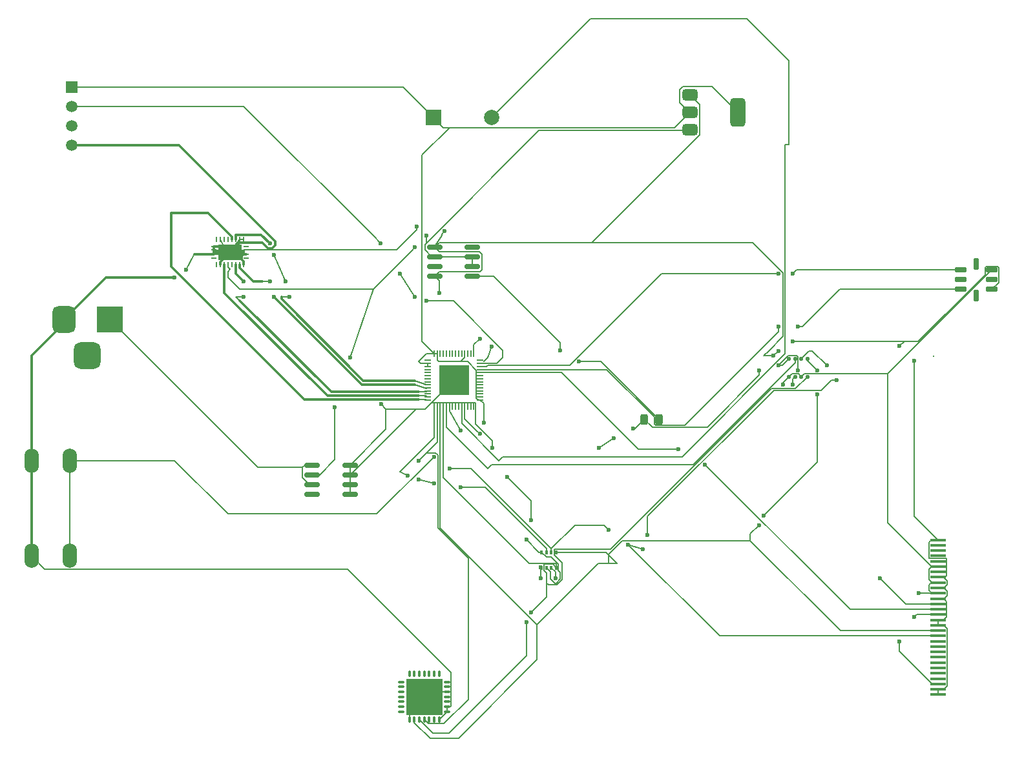
<source format=gbr>
%TF.GenerationSoftware,KiCad,Pcbnew,9.0.0*%
%TF.CreationDate,2025-04-03T13:22:32+05:30*%
%TF.ProjectId,Air Quality Monitor,41697220-5175-4616-9c69-7479204d6f6e,rev?*%
%TF.SameCoordinates,Original*%
%TF.FileFunction,Copper,L1,Top*%
%TF.FilePolarity,Positive*%
%FSLAX46Y46*%
G04 Gerber Fmt 4.6, Leading zero omitted, Abs format (unit mm)*
G04 Created by KiCad (PCBNEW 9.0.0) date 2025-04-03 13:22:32*
%MOMM*%
%LPD*%
G01*
G04 APERTURE LIST*
G04 Aperture macros list*
%AMRoundRect*
0 Rectangle with rounded corners*
0 $1 Rounding radius*
0 $2 $3 $4 $5 $6 $7 $8 $9 X,Y pos of 4 corners*
0 Add a 4 corners polygon primitive as box body*
4,1,4,$2,$3,$4,$5,$6,$7,$8,$9,$2,$3,0*
0 Add four circle primitives for the rounded corners*
1,1,$1+$1,$2,$3*
1,1,$1+$1,$4,$5*
1,1,$1+$1,$6,$7*
1,1,$1+$1,$8,$9*
0 Add four rect primitives between the rounded corners*
20,1,$1+$1,$2,$3,$4,$5,0*
20,1,$1+$1,$4,$5,$6,$7,0*
20,1,$1+$1,$6,$7,$8,$9,0*
20,1,$1+$1,$8,$9,$2,$3,0*%
%AMFreePoly0*
4,1,13,0.375000,1.525000,1.025000,1.525000,1.025000,-1.525000,0.375000,-1.525000,0.375000,-1.925000,-0.375000,-1.925000,-0.375000,-1.525000,-1.025000,-1.525000,-1.025000,1.525000,-0.375000,1.525000,-0.375000,1.925000,0.375000,1.925000,0.375000,1.525000,0.375000,1.525000,$1*%
G04 Aperture macros list end*
%TA.AperFunction,Conductor*%
%ADD10C,0.200000*%
%TD*%
%TA.AperFunction,NonConductor*%
%ADD11C,0.200000*%
%TD*%
%TA.AperFunction,SMDPad,CuDef*%
%ADD12RoundRect,0.150000X-0.825000X-0.150000X0.825000X-0.150000X0.825000X0.150000X-0.825000X0.150000X0*%
%TD*%
%TA.AperFunction,ComponentPad*%
%ADD13O,1.900000X3.200000*%
%TD*%
%TA.AperFunction,SMDPad,CuDef*%
%ADD14RoundRect,0.162500X-0.637500X-0.162500X0.637500X-0.162500X0.637500X0.162500X-0.637500X0.162500X0*%
%TD*%
%TA.AperFunction,SMDPad,CuDef*%
%ADD15RoundRect,0.162500X-0.162500X-0.637500X0.162500X-0.637500X0.162500X0.637500X-0.162500X0.637500X0*%
%TD*%
%TA.AperFunction,SMDPad,CuDef*%
%ADD16RoundRect,0.050400X0.249600X-0.069600X0.249600X0.069600X-0.249600X0.069600X-0.249600X-0.069600X0*%
%TD*%
%TA.AperFunction,SMDPad,CuDef*%
%ADD17RoundRect,0.050400X0.069600X-0.249600X0.069600X0.249600X-0.069600X0.249600X-0.069600X-0.249600X0*%
%TD*%
%TA.AperFunction,ComponentPad*%
%ADD18C,0.500000*%
%TD*%
%TA.AperFunction,SMDPad,CuDef*%
%ADD19RoundRect,0.050000X0.250000X-0.050000X0.250000X0.050000X-0.250000X0.050000X-0.250000X-0.050000X0*%
%TD*%
%TA.AperFunction,SMDPad,CuDef*%
%ADD20FreePoly0,90.000000*%
%TD*%
%TA.AperFunction,SMDPad,CuDef*%
%ADD21R,0.350000X0.500000*%
%TD*%
%TA.AperFunction,ComponentPad*%
%ADD22R,1.500000X1.500000*%
%TD*%
%TA.AperFunction,ComponentPad*%
%ADD23C,1.500000*%
%TD*%
%TA.AperFunction,ComponentPad*%
%ADD24R,2.000000X2.000000*%
%TD*%
%TA.AperFunction,ComponentPad*%
%ADD25C,2.000000*%
%TD*%
%TA.AperFunction,SMDPad,CuDef*%
%ADD26RoundRect,0.075000X-0.075000X0.312500X-0.075000X-0.312500X0.075000X-0.312500X0.075000X0.312500X0*%
%TD*%
%TA.AperFunction,SMDPad,CuDef*%
%ADD27RoundRect,0.075000X-0.312500X0.075000X-0.312500X-0.075000X0.312500X-0.075000X0.312500X0.075000X0*%
%TD*%
%TA.AperFunction,HeatsinkPad*%
%ADD28R,4.800000X4.800000*%
%TD*%
%TA.AperFunction,SMDPad,CuDef*%
%ADD29RoundRect,0.125000X-0.125000X-0.137500X0.125000X-0.137500X0.125000X0.137500X-0.125000X0.137500X0*%
%TD*%
%TA.AperFunction,ComponentPad*%
%ADD30R,3.500000X3.500000*%
%TD*%
%TA.AperFunction,ComponentPad*%
%ADD31RoundRect,0.750000X-0.750000X-1.000000X0.750000X-1.000000X0.750000X1.000000X-0.750000X1.000000X0*%
%TD*%
%TA.AperFunction,ComponentPad*%
%ADD32RoundRect,0.875000X-0.875000X-0.875000X0.875000X-0.875000X0.875000X0.875000X-0.875000X0.875000X0*%
%TD*%
%TA.AperFunction,SMDPad,CuDef*%
%ADD33RoundRect,0.050000X-0.350000X-0.050000X0.350000X-0.050000X0.350000X0.050000X-0.350000X0.050000X0*%
%TD*%
%TA.AperFunction,SMDPad,CuDef*%
%ADD34RoundRect,0.050000X-0.050000X-0.350000X0.050000X-0.350000X0.050000X0.350000X-0.050000X0.350000X0*%
%TD*%
%TA.AperFunction,HeatsinkPad*%
%ADD35R,4.000000X4.000000*%
%TD*%
%TA.AperFunction,SMDPad,CuDef*%
%ADD36RoundRect,0.375000X-0.625000X-0.375000X0.625000X-0.375000X0.625000X0.375000X-0.625000X0.375000X0*%
%TD*%
%TA.AperFunction,SMDPad,CuDef*%
%ADD37RoundRect,0.500000X-0.500000X-1.400000X0.500000X-1.400000X0.500000X1.400000X-0.500000X1.400000X0*%
%TD*%
%TA.AperFunction,SMDPad,CuDef*%
%ADD38RoundRect,0.243750X-0.243750X-0.456250X0.243750X-0.456250X0.243750X0.456250X-0.243750X0.456250X0*%
%TD*%
%TA.AperFunction,SMDPad,CuDef*%
%ADD39R,2.000000X0.400000*%
%TD*%
%TA.AperFunction,ViaPad*%
%ADD40C,0.600000*%
%TD*%
%TA.AperFunction,Conductor*%
%ADD41C,0.300000*%
%TD*%
G04 APERTURE END LIST*
D10*
%TO.N,GND*%
X149225000Y-116205000D02*
X149225000Y-116840000D01*
X111000000Y-80000000D02*
X110275000Y-80875000D01*
X180975000Y-95250000D02*
X180340000Y-95250000D01*
%TO.N,+5V*%
X135500000Y-79500000D02*
X135500000Y-80500000D01*
X125500000Y-95500000D02*
X128500000Y-86500000D01*
%TO.N,/6*%
X111000000Y-87500000D02*
X110500000Y-87500000D01*
%TO.N,/12*%
X185420000Y-95885000D02*
X186690000Y-97155000D01*
%TO.N,/6*%
X110500000Y-87500000D02*
X111000000Y-88000000D01*
%TO.N,/10*%
X134500000Y-111500000D02*
X136500000Y-112000000D01*
%TO.N,/5*%
X134000000Y-99000000D02*
X135500000Y-99500000D01*
%TO.N,+3.3V*%
X138500000Y-102500000D02*
X140000000Y-105000000D01*
%TO.N,GND*%
X144145000Y-106680000D02*
X144145000Y-107315000D01*
%TO.N,+3.3V*%
X179070000Y-97790000D02*
X179070000Y-97155000D01*
%TO.N,GND*%
X136500000Y-81000000D02*
X137500000Y-79500000D01*
%TO.N,/36*%
X132000000Y-84500000D02*
X134000000Y-87500000D01*
%TO.N,/34*%
X181610000Y-92075000D02*
X181610000Y-91440000D01*
%TO.N,/19*%
X142000000Y-105000000D02*
X142500000Y-105500000D01*
%TO.N,/36*%
X128500000Y-79500000D02*
X129500000Y-80500000D01*
%TO.N,/LED*%
X153000000Y-93500000D02*
X153000000Y-94500000D01*
%TO.N,/4*%
X116500000Y-87500000D02*
X117500000Y-87500000D01*
%TO.N,/35*%
X180975000Y-84455000D02*
X181610000Y-84455000D01*
%TO.N,/11*%
X188595000Y-98425000D02*
X189230000Y-98425000D01*
%TO.N,/8*%
X134500000Y-100500000D02*
X135500000Y-100500000D01*
D11*
X201930000Y-95312500D02*
X201930000Y-95250000D01*
D10*
%TO.N,GND*%
X180340000Y-95250000D02*
X179705000Y-95250000D01*
%TO.N,/11*%
X134500000Y-109000000D02*
X135000000Y-108500000D01*
%TO.N,GND*%
X198120000Y-93345000D02*
X197485000Y-93980000D01*
X109000000Y-81000000D02*
X108500000Y-80000000D01*
X105000000Y-82000000D02*
X104000000Y-84000000D01*
X130175000Y-102235000D02*
X129540000Y-101600000D01*
%TO.N,+3.3V*%
X150495000Y-123190000D02*
X150495000Y-124460000D01*
%TO.N,/37*%
X143500000Y-95500000D02*
X144000000Y-94000000D01*
%TO.N,/11*%
X161925000Y-120015000D02*
X163830000Y-120650000D01*
%TO.N,+3.3V*%
X158115000Y-107315000D02*
X160020000Y-106045000D01*
%TO.N,/6*%
X134500000Y-100000000D02*
X135500000Y-100000000D01*
%TO.N,/5*%
X114000000Y-85500000D02*
X115000000Y-85500000D01*
%TO.N,GND*%
X111000000Y-80000000D02*
X111500000Y-80000000D01*
%TO.N,/4*%
X134000000Y-98500000D02*
X135500000Y-99000000D01*
%TO.N,/6*%
X111500000Y-87500000D02*
X111000000Y-87500000D01*
%TO.N,/4*%
X117000000Y-85500000D02*
X115500000Y-82000000D01*
%TO.N,/11*%
X158750000Y-117475000D02*
X159385000Y-118110000D01*
%TO.N,GND*%
X179705000Y-95250000D02*
X180340000Y-94615000D01*
%TO.N,+5V*%
X134000000Y-81000000D02*
X133500000Y-81500000D01*
%TO.N,/10*%
X132000000Y-110500000D02*
X133000000Y-111000000D01*
%TO.N,/37*%
X143000000Y-96000000D02*
X143500000Y-95500000D01*
%TO.N,/33*%
X167500000Y-107500000D02*
X168500000Y-107500000D01*
%TO.N,/9*%
X134500000Y-101000000D02*
X135500000Y-101000000D01*
%TO.N,/13*%
X148590000Y-130810000D02*
X148590000Y-130175000D01*
%TD*%
D12*
%TO.P,U8,1,COMP*%
%TO.N,GND*%
X136550000Y-81000000D03*
%TO.P,U8,2,V_{CC}*%
%TO.N,+5V*%
X136550000Y-82270000D03*
%TO.P,U8,3,GATE*%
%TO.N,unconnected-(U8-GATE-Pad3)*%
X136550000Y-83540000D03*
%TO.P,U8,4,GND*%
%TO.N,GND*%
X136550000Y-84810000D03*
%TO.P,U8,5,~{CHRG}*%
%TO.N,/LED*%
X141500000Y-84810000D03*
%TO.P,U8,6,BAT*%
%TO.N,+5V*%
X141500000Y-83540000D03*
%TO.P,U8,7,SENSE*%
X141500000Y-82270000D03*
%TO.P,U8,8,NTC*%
%TO.N,VCC*%
X141500000Y-81000000D03*
%TD*%
D13*
%TO.P,SW1,1,1*%
%TO.N,GND*%
X83750000Y-121500000D03*
X83750000Y-109000000D03*
%TO.P,SW1,2,2*%
%TO.N,/19*%
X88750000Y-121500000D03*
X88750000Y-109000000D03*
%TD*%
D14*
%TO.P,U3,1,Rh1*%
%TO.N,/35*%
X205500000Y-84000000D03*
%TO.P,U3,2,NC*%
%TO.N,unconnected-(U3-NC-Pad2)*%
X205500000Y-85270000D03*
%TO.P,U3,3,Rh2*%
%TO.N,/34*%
X205500000Y-86540000D03*
D15*
%TO.P,U3,4,NC*%
%TO.N,unconnected-(U3-NC-Pad4)*%
X207550000Y-87320000D03*
D14*
%TO.P,U3,5,Rs1*%
%TO.N,GND*%
X209600000Y-86540000D03*
%TO.P,U3,6,NC*%
%TO.N,unconnected-(U3-NC-Pad6)*%
X209600000Y-85270000D03*
%TO.P,U3,7,Rs2*%
%TO.N,+3.3V*%
X209600000Y-84000000D03*
D15*
%TO.P,U3,8,NC*%
%TO.N,unconnected-(U3-NC-Pad8)*%
X207550000Y-83220000D03*
%TD*%
D16*
%TO.P,U7,1,NC*%
%TO.N,unconnected-(U7-NC-Pad1)*%
X107600000Y-82400000D03*
D17*
%TO.P,U7,2,FB*%
%TO.N,unconnected-(U7-FB-Pad2)*%
X108000000Y-83300000D03*
%TO.P,U7,3,GND*%
%TO.N,GND*%
X108500000Y-83300000D03*
%TO.P,U7,4,EN*%
%TO.N,/8*%
X109000000Y-83300000D03*
%TO.P,U7,5,AC*%
%TO.N,+5V*%
X109500000Y-83300000D03*
%TO.P,U7,6,USB*%
%TO.N,unconnected-(U7-USB-Pad6)*%
X110000000Y-83300000D03*
%TO.P,U7,7,STAT1*%
%TO.N,/6*%
X110500000Y-83300000D03*
%TO.P,U7,8,STAT2*%
%TO.N,/5*%
X111000000Y-83300000D03*
%TO.P,U7,9,GND*%
%TO.N,GND*%
X111500000Y-83300000D03*
D16*
%TO.P,U7,10,NC*%
%TO.N,unconnected-(U7-NC-Pad10)*%
X111900000Y-82400000D03*
%TO.P,U7,11,NC*%
%TO.N,unconnected-(U7-NC-Pad11)*%
X111900000Y-80900000D03*
D17*
%TO.P,U7,12,ISET1*%
%TO.N,GND*%
X111500000Y-80000000D03*
%TO.P,U7,13,ISET2*%
X111000000Y-80000000D03*
%TO.P,U7,14,~{PG}*%
%TO.N,/4*%
X110500000Y-80000000D03*
%TO.P,U7,15,~{CE}*%
%TO.N,/9*%
X110000000Y-80000000D03*
%TO.P,U7,16,BAT/OUT*%
%TO.N,unconnected-(U7-BAT{slash}OUT-Pad16)*%
X109500000Y-80000000D03*
%TO.P,U7,17,BAT/OUT*%
%TO.N,unconnected-(U7-BAT{slash}OUT-Pad17)*%
X109000000Y-80000000D03*
%TO.P,U7,18,GND*%
%TO.N,GND*%
X108500000Y-80000000D03*
%TO.P,U7,19,SW*%
%TO.N,unconnected-(U7-SW-Pad19)*%
X108000000Y-80000000D03*
D16*
%TO.P,U7,20,FPWM*%
%TO.N,GND*%
X107600000Y-80900000D03*
D18*
%TO.P,U7,21,GND*%
X109225000Y-82425000D03*
X110275000Y-82425000D03*
D19*
X107600000Y-81925000D03*
X111900000Y-81925000D03*
D18*
X108475000Y-81650000D03*
X109225000Y-81650000D03*
D20*
X109750000Y-81650000D03*
D18*
X110275000Y-81650000D03*
X111025000Y-81650000D03*
D19*
X107600000Y-81375000D03*
X111900000Y-81375000D03*
D18*
X109225000Y-80875000D03*
X110275000Y-80875000D03*
%TD*%
D21*
%TO.P,U5,1,GND*%
%TO.N,GND*%
X150550000Y-121000000D03*
%TO.P,U5,2,CSB*%
%TO.N,/10*%
X151200000Y-121000000D03*
%TO.P,U5,3,SDI*%
%TO.N,/11*%
X151850000Y-121000000D03*
%TO.P,U5,4,SCK*%
%TO.N,/12*%
X152500000Y-121000000D03*
%TO.P,U5,5,SDO*%
%TO.N,/13*%
X152500000Y-123050000D03*
%TO.P,U5,6,VDDIO*%
%TO.N,+3.3V*%
X151850000Y-123050000D03*
%TO.P,U5,7,GND*%
%TO.N,GND*%
X151200000Y-123050000D03*
%TO.P,U5,8,VDD*%
%TO.N,+3.3V*%
X150550000Y-123050000D03*
%TD*%
D22*
%TO.P,U10,1,VDD*%
%TO.N,+3.3V*%
X89000000Y-60000000D03*
D23*
%TO.P,U10,2,DATA*%
%TO.N,/36*%
X89000000Y-62540000D03*
%TO.P,U10,3,NC*%
%TO.N,unconnected-(U10-NC-Pad3)*%
X89000000Y-65080000D03*
%TO.P,U10,4,GND*%
%TO.N,GND*%
X89000000Y-67620000D03*
%TD*%
D24*
%TO.P,BZ1,1,+*%
%TO.N,+3.3V*%
X136400000Y-64000000D03*
D25*
%TO.P,BZ1,2,-*%
%TO.N,/18*%
X144000000Y-64000000D03*
%TD*%
D26*
%TO.P,U2,1,RFI_LF*%
%TO.N,unconnected-(U2-RFI_LF-Pad1)*%
X137150000Y-137000000D03*
%TO.P,U2,2,VR_ANA*%
%TO.N,unconnected-(U2-VR_ANA-Pad2)*%
X136500000Y-137000000D03*
%TO.P,U2,3,VBAT_ANA*%
%TO.N,unconnected-(U2-VBAT_ANA-Pad3)*%
X135850000Y-137000000D03*
%TO.P,U2,4,VR_DIG*%
%TO.N,unconnected-(U2-VR_DIG-Pad4)*%
X135200000Y-137000000D03*
%TO.P,U2,5,XTA*%
%TO.N,unconnected-(U2-XTA-Pad5)*%
X134550000Y-137000000D03*
%TO.P,U2,6,XTB*%
%TO.N,unconnected-(U2-XTB-Pad6)*%
X133900000Y-137000000D03*
%TO.P,U2,7,~{RESET}*%
%TO.N,unconnected-(U2-~{RESET}-Pad7)*%
X133250000Y-137000000D03*
D27*
%TO.P,U2,8,DIO0*%
%TO.N,unconnected-(U2-DIO0-Pad8)*%
X132212500Y-138037500D03*
%TO.P,U2,9,DIO1*%
%TO.N,unconnected-(U2-DIO1-Pad9)*%
X132212500Y-138687500D03*
%TO.P,U2,10,DIO2*%
%TO.N,unconnected-(U2-DIO2-Pad10)*%
X132212500Y-139337500D03*
%TO.P,U2,11,DIO3*%
%TO.N,unconnected-(U2-DIO3-Pad11)*%
X132212500Y-139987500D03*
%TO.P,U2,12,DIO4*%
%TO.N,unconnected-(U2-DIO4-Pad12)*%
X132212500Y-140637500D03*
%TO.P,U2,13,DIO5*%
%TO.N,unconnected-(U2-DIO5-Pad13)*%
X132212500Y-141287500D03*
%TO.P,U2,14,VBAT_DIG*%
%TO.N,unconnected-(U2-VBAT_DIG-Pad14)*%
X132212500Y-141937500D03*
D26*
%TO.P,U2,15,GND*%
%TO.N,GND*%
X133250000Y-142975000D03*
%TO.P,U2,16,SCK*%
%TO.N,/12*%
X133900000Y-142975000D03*
%TO.P,U2,17,MISO*%
%TO.N,/13*%
X134550000Y-142975000D03*
%TO.P,U2,18,MOSI*%
%TO.N,/11*%
X135200000Y-142975000D03*
%TO.P,U2,19,NSS*%
%TO.N,unconnected-(U2-NSS-Pad19)*%
X135850000Y-142975000D03*
%TO.P,U2,20,RXTX/RF_MOD*%
%TO.N,unconnected-(U2-RXTX{slash}RF_MOD-Pad20)*%
X136500000Y-142975000D03*
%TO.P,U2,21,GND*%
%TO.N,GND*%
X137150000Y-142975000D03*
D27*
%TO.P,U2,22,GND*%
X138187500Y-141937500D03*
%TO.P,U2,23,GND*%
X138187500Y-141287500D03*
%TO.P,U2,24,VBAT_RF*%
%TO.N,unconnected-(U2-VBAT_RF-Pad24)*%
X138187500Y-140637500D03*
%TO.P,U2,25,VR_PA*%
%TO.N,unconnected-(U2-VR_PA-Pad25)*%
X138187500Y-139987500D03*
%TO.P,U2,26,GND*%
%TO.N,GND*%
X138187500Y-139337500D03*
%TO.P,U2,27,PA_BOOST*%
%TO.N,unconnected-(U2-PA_BOOST-Pad27)*%
X138187500Y-138687500D03*
%TO.P,U2,28,RFO_LF*%
%TO.N,unconnected-(U2-RFO_LF-Pad28)*%
X138187500Y-138037500D03*
D28*
%TO.P,U2,29,GND*%
%TO.N,GND*%
X135200000Y-139987500D03*
%TD*%
D29*
%TO.P,U9,1,GND*%
%TO.N,GND*%
X183000000Y-95625000D03*
%TO.P,U9,2,CSB*%
%TO.N,/14*%
X183800000Y-95625000D03*
%TO.P,U9,3,SDI*%
%TO.N,/11*%
X184600000Y-95625000D03*
%TO.P,U9,4,SCK*%
%TO.N,/12*%
X185400000Y-95625000D03*
%TO.P,U9,5,SDO*%
%TO.N,/13*%
X185400000Y-98000000D03*
%TO.P,U9,6,VDDIO*%
%TO.N,+3.3V*%
X184600000Y-98000000D03*
%TO.P,U9,7,GND*%
%TO.N,GND*%
X183800000Y-98000000D03*
%TO.P,U9,8,VDD*%
%TO.N,+3.3V*%
X183000000Y-98000000D03*
%TD*%
D30*
%TO.P,J3,1*%
%TO.N,+12V*%
X94000000Y-90500000D03*
D31*
%TO.P,J3,2*%
%TO.N,GND*%
X88000000Y-90500000D03*
D32*
%TO.P,J3,3*%
%TO.N,N/C*%
X91000000Y-95200000D03*
%TD*%
D33*
%TO.P,U1,1,LNA_IN*%
%TO.N,unconnected-(U1-LNA_IN-Pad1)*%
X135650000Y-95850000D03*
%TO.P,U1,2,VDD3P3*%
%TO.N,+3.3V*%
X135650000Y-96250000D03*
%TO.P,U1,3,VDD3P3*%
X135650000Y-96650000D03*
%TO.P,U1,4,CHIP_PU*%
%TO.N,unconnected-(U1-CHIP_PU-Pad4)*%
X135650000Y-97050000D03*
%TO.P,U1,5,GPIO0*%
%TO.N,unconnected-(U1-GPIO0-Pad5)*%
X135650000Y-97450000D03*
%TO.P,U1,6,GPIO1*%
%TO.N,unconnected-(U1-GPIO1-Pad6)*%
X135650000Y-97850000D03*
%TO.P,U1,7,GPIO2*%
%TO.N,unconnected-(U1-GPIO2-Pad7)*%
X135650000Y-98250000D03*
%TO.P,U1,8,GPIO3*%
%TO.N,unconnected-(U1-GPIO3-Pad8)*%
X135650000Y-98650000D03*
%TO.P,U1,9,GPIO4*%
%TO.N,/4*%
X135650000Y-99050000D03*
%TO.P,U1,10,GPIO5*%
%TO.N,/5*%
X135650000Y-99450000D03*
%TO.P,U1,11,GPIO6*%
%TO.N,/6*%
X135650000Y-99850000D03*
%TO.P,U1,12,GPIO7*%
%TO.N,unconnected-(U1-GPIO7-Pad12)*%
X135650000Y-100250000D03*
%TO.P,U1,13,GPIO8*%
%TO.N,/8*%
X135650000Y-100650000D03*
%TO.P,U1,14,GPIO9*%
%TO.N,/9*%
X135650000Y-101050000D03*
D34*
%TO.P,U1,15,GPIO10*%
%TO.N,/10*%
X136500000Y-101900000D03*
%TO.P,U1,16,GPIO11*%
%TO.N,/11*%
X136900000Y-101900000D03*
%TO.P,U1,17,GPIO12*%
%TO.N,/12*%
X137300000Y-101900000D03*
%TO.P,U1,18,GPIO13*%
%TO.N,/13*%
X137700000Y-101900000D03*
%TO.P,U1,19,GPIO14*%
%TO.N,/14*%
X138100000Y-101900000D03*
%TO.P,U1,20,VDD3P3_RTC*%
%TO.N,+3.3V*%
X138500000Y-101900000D03*
%TO.P,U1,21,XTAL_32K_P*%
%TO.N,unconnected-(U1-XTAL_32K_P-Pad21)*%
X138900000Y-101900000D03*
%TO.P,U1,22,XTAL_32K_N*%
%TO.N,unconnected-(U1-XTAL_32K_N-Pad22)*%
X139300000Y-101900000D03*
%TO.P,U1,23,GPIO17*%
%TO.N,unconnected-(U1-GPIO17-Pad23)*%
X139700000Y-101900000D03*
%TO.P,U1,24,GPIO18*%
%TO.N,/18*%
X140100000Y-101900000D03*
%TO.P,U1,25,GPIO19/USB_D-*%
%TO.N,/19*%
X140500000Y-101900000D03*
%TO.P,U1,26,GPIO20/USB_D+*%
%TO.N,unconnected-(U1-GPIO20{slash}USB_D+-Pad26)*%
X140900000Y-101900000D03*
%TO.P,U1,27,GPIO21*%
%TO.N,unconnected-(U1-GPIO21-Pad27)*%
X141300000Y-101900000D03*
%TO.P,U1,28,SPICS1*%
%TO.N,unconnected-(U1-SPICS1-Pad28)*%
X141700000Y-101900000D03*
D33*
%TO.P,U1,29,VDD_SPI*%
%TO.N,+3.3V*%
X142550000Y-101050000D03*
%TO.P,U1,30,SPIHD*%
%TO.N,unconnected-(U1-SPIHD-Pad30)*%
X142550000Y-100650000D03*
%TO.P,U1,31,SPIWP*%
%TO.N,unconnected-(U1-SPIWP-Pad31)*%
X142550000Y-100250000D03*
%TO.P,U1,32,SPICS0*%
%TO.N,unconnected-(U1-SPICS0-Pad32)*%
X142550000Y-99850000D03*
%TO.P,U1,33,SPICLK*%
%TO.N,unconnected-(U1-SPICLK-Pad33)*%
X142550000Y-99450000D03*
%TO.P,U1,34,SPIQ*%
%TO.N,unconnected-(U1-SPIQ-Pad34)*%
X142550000Y-99050000D03*
%TO.P,U1,35,SPID*%
%TO.N,unconnected-(U1-SPID-Pad35)*%
X142550000Y-98650000D03*
%TO.P,U1,36,SPICLK_N*%
%TO.N,unconnected-(U1-SPICLK_N-Pad36)*%
X142550000Y-98250000D03*
%TO.P,U1,37,SPICLK_P*%
%TO.N,unconnected-(U1-SPICLK_P-Pad37)*%
X142550000Y-97850000D03*
%TO.P,U1,38,GPIO33*%
%TO.N,/33*%
X142550000Y-97450000D03*
%TO.P,U1,39,GPIO34*%
%TO.N,/34*%
X142550000Y-97050000D03*
%TO.P,U1,40,GPIO35*%
%TO.N,/35*%
X142550000Y-96650000D03*
%TO.P,U1,41,GPIO36*%
%TO.N,/36*%
X142550000Y-96250000D03*
%TO.P,U1,42,GPIO37*%
%TO.N,/37*%
X142550000Y-95850000D03*
D34*
%TO.P,U1,43,GPIO38*%
%TO.N,/38*%
X141700000Y-95000000D03*
%TO.P,U1,44,MTCK*%
%TO.N,unconnected-(U1-MTCK-Pad44)*%
X141300000Y-95000000D03*
%TO.P,U1,45,MTDO*%
%TO.N,unconnected-(U1-MTDO-Pad45)*%
X140900000Y-95000000D03*
%TO.P,U1,46,VDD3P3_CPU*%
%TO.N,+3.3V*%
X140500000Y-95000000D03*
%TO.P,U1,47,MTDI*%
%TO.N,unconnected-(U1-MTDI-Pad47)*%
X140100000Y-95000000D03*
%TO.P,U1,48,MTMS*%
%TO.N,unconnected-(U1-MTMS-Pad48)*%
X139700000Y-95000000D03*
%TO.P,U1,49,U0TXD*%
%TO.N,unconnected-(U1-U0TXD-Pad49)*%
X139300000Y-95000000D03*
%TO.P,U1,50,U0RXD*%
%TO.N,unconnected-(U1-U0RXD-Pad50)*%
X138900000Y-95000000D03*
%TO.P,U1,51,GPIO45*%
%TO.N,unconnected-(U1-GPIO45-Pad51)*%
X138500000Y-95000000D03*
%TO.P,U1,52,GPIO46*%
%TO.N,unconnected-(U1-GPIO46-Pad52)*%
X138100000Y-95000000D03*
%TO.P,U1,53,XTAL_N*%
%TO.N,unconnected-(U1-XTAL_N-Pad53)*%
X137700000Y-95000000D03*
%TO.P,U1,54,XTAL_P*%
%TO.N,unconnected-(U1-XTAL_P-Pad54)*%
X137300000Y-95000000D03*
%TO.P,U1,55,VDDA*%
%TO.N,+3.3V*%
X136900000Y-95000000D03*
%TO.P,U1,56,VDDA*%
X136500000Y-95000000D03*
D35*
%TO.P,U1,57,GND*%
%TO.N,GND*%
X139100000Y-98450000D03*
%TD*%
D12*
%TO.P,U11,1,VIN*%
%TO.N,+12V*%
X120525000Y-109595000D03*
%TO.P,U11,2,OUT*%
%TO.N,+5V*%
X120525000Y-110865000D03*
%TO.P,U11,3,FB*%
%TO.N,+12V*%
X120525000Y-112135000D03*
%TO.P,U11,4,~{EN}*%
%TO.N,unconnected-(U11-~{EN}-Pad4)*%
X120525000Y-113405000D03*
%TO.P,U11,5,GND*%
%TO.N,GND*%
X125475000Y-113405000D03*
%TO.P,U11,6,GND*%
X125475000Y-112135000D03*
%TO.P,U11,7,GND*%
X125475000Y-110865000D03*
%TO.P,U11,8,GND*%
X125475000Y-109595000D03*
%TD*%
D36*
%TO.P,U4,1,GND*%
%TO.N,GND*%
X170000000Y-61000000D03*
%TO.P,U4,2,VO*%
%TO.N,+3.3V*%
X170000000Y-63300000D03*
D37*
X176300000Y-63300000D03*
D36*
%TO.P,U4,3,VI*%
%TO.N,+5V*%
X170000000Y-65600000D03*
%TD*%
D38*
%TO.P,D1,1,K*%
%TO.N,+3.3V*%
X164057500Y-103565000D03*
%TO.P,D1,2,A*%
%TO.N,/LED*%
X165932500Y-103565000D03*
%TD*%
D39*
%TO.P,DS1,1,GND*%
%TO.N,GND*%
X202500000Y-119400000D03*
%TO.P,DS1,2,C2N*%
%TO.N,unconnected-(DS1-C2N-Pad2)*%
X202500000Y-120100000D03*
%TO.P,DS1,3,C2P*%
%TO.N,unconnected-(DS1-C2P-Pad3)*%
X202500000Y-120800000D03*
%TO.P,DS1,4,C1P*%
%TO.N,unconnected-(DS1-C1P-Pad4)*%
X202500000Y-121500000D03*
%TO.P,DS1,5,C1N*%
%TO.N,unconnected-(DS1-C1N-Pad5)*%
X202500000Y-122200000D03*
%TO.P,DS1,6,VBAT*%
%TO.N,+3.3V*%
X202500000Y-122900000D03*
%TO.P,DS1,7,NC*%
%TO.N,unconnected-(DS1-NC-Pad7)*%
X202500000Y-123600000D03*
%TO.P,DS1,8,VSS*%
%TO.N,GND*%
X202500000Y-124300000D03*
%TO.P,DS1,9,VDD*%
%TO.N,+3.3V*%
X202500000Y-125000000D03*
%TO.P,DS1,10,BS0*%
%TO.N,GND*%
X202500000Y-125700000D03*
%TO.P,DS1,11,BS1*%
%TO.N,+3.3V*%
X202500000Y-126400000D03*
%TO.P,DS1,12,BS2*%
%TO.N,GND*%
X202500000Y-127100000D03*
%TO.P,DS1,13,~{CS}*%
%TO.N,/37*%
X202500000Y-127800000D03*
%TO.P,DS1,14,~{RES}*%
%TO.N,/33*%
X202500000Y-128500000D03*
%TO.P,DS1,15,D/~{C}*%
%TO.N,/38*%
X202500000Y-129200000D03*
%TO.P,DS1,16,R/~{W}*%
%TO.N,GND*%
X202500000Y-129900000D03*
%TO.P,DS1,17,E/~{RD}*%
X202500000Y-130600000D03*
%TO.P,DS1,18,D0*%
%TO.N,/12*%
X202500000Y-131300000D03*
%TO.P,DS1,19,D1*%
%TO.N,/11*%
X202500000Y-132000000D03*
%TO.P,DS1,20,D2*%
%TO.N,unconnected-(DS1-D2-Pad20)*%
X202500000Y-132700000D03*
%TO.P,DS1,21,D3*%
%TO.N,unconnected-(DS1-D3-Pad21)*%
X202500000Y-133400000D03*
%TO.P,DS1,22,D4*%
%TO.N,unconnected-(DS1-D4-Pad22)*%
X202500000Y-134100000D03*
%TO.P,DS1,23,D5*%
%TO.N,unconnected-(DS1-D5-Pad23)*%
X202500000Y-134800000D03*
%TO.P,DS1,24,D6*%
%TO.N,unconnected-(DS1-D6-Pad24)*%
X202500000Y-135500000D03*
%TO.P,DS1,25,D7*%
%TO.N,unconnected-(DS1-D7-Pad25)*%
X202500000Y-136200000D03*
%TO.P,DS1,26,IREF*%
%TO.N,unconnected-(DS1-IREF-Pad26)*%
X202500000Y-136900000D03*
%TO.P,DS1,27,VCOMH*%
%TO.N,unconnected-(DS1-VCOMH-Pad27)*%
X202500000Y-137600000D03*
%TO.P,DS1,28,VCC*%
%TO.N,+3.3V*%
X202500000Y-138300000D03*
%TO.P,DS1,29,VLSS*%
%TO.N,GND*%
X202500000Y-139000000D03*
%TO.P,DS1,30,GND*%
X202500000Y-139700000D03*
%TD*%
D40*
%TO.N,+3.3V*%
X197485000Y-132715000D03*
X200025000Y-126365000D03*
X158115000Y-107315000D03*
X162560000Y-104775000D03*
X143000000Y-104000000D03*
X160020000Y-106045000D03*
X140000000Y-105000000D03*
X150500000Y-123000000D03*
X152400000Y-124460000D03*
X182245000Y-99060000D03*
X179070000Y-97155000D03*
X150495000Y-124460000D03*
%TO.N,/LED*%
X155500000Y-96000000D03*
X153000000Y-94500000D03*
%TO.N,/38*%
X199390000Y-129540000D03*
X142500000Y-93000000D03*
%TO.N,GND*%
X129540000Y-101600000D03*
X144145000Y-107315000D03*
X183515000Y-93345000D03*
X148590000Y-119380000D03*
X184150000Y-97155000D03*
X149225000Y-116840000D03*
X146050000Y-111125000D03*
X104000000Y-84000000D03*
X137160000Y-86995000D03*
X197485000Y-93980000D03*
X137890781Y-78890781D03*
X102500000Y-85000000D03*
X181610000Y-96520000D03*
X181610000Y-94615000D03*
X134250000Y-78250000D03*
X199390000Y-95885000D03*
X180975000Y-95250000D03*
X183515000Y-99060000D03*
%TO.N,/37*%
X194945000Y-124460000D03*
X144000000Y-94000000D03*
%TO.N,/33*%
X172000000Y-109500000D03*
X168500000Y-107500000D03*
%TO.N,/12*%
X179070000Y-117475000D03*
X186690000Y-100330000D03*
X179705000Y-116205000D03*
X186690000Y-97155000D03*
%TO.N,/11*%
X189230000Y-98425000D03*
X163830000Y-120650000D03*
X134500000Y-109000000D03*
X159385000Y-118110000D03*
X138500000Y-110000000D03*
X187960000Y-96520000D03*
X164465000Y-118745000D03*
X161925000Y-120015000D03*
%TO.N,/19*%
X136500000Y-108500000D03*
X142500000Y-105500000D03*
%TO.N,/4*%
X117500000Y-87500000D03*
X117000000Y-85500000D03*
X115000000Y-80500000D03*
X115500000Y-82000000D03*
%TO.N,/10*%
X136500000Y-112000000D03*
X134500000Y-111500000D03*
X133000000Y-111000000D03*
X140000000Y-112500000D03*
%TO.N,/13*%
X149225000Y-128905000D03*
X148590000Y-130175000D03*
%TO.N,/36*%
X135500000Y-88000000D03*
X132000000Y-84500000D03*
X129500000Y-80500000D03*
X134000000Y-87500000D03*
%TO.N,/34*%
X181610000Y-91440000D03*
X184150000Y-91440000D03*
%TO.N,/6*%
X111500000Y-87500000D03*
X111500000Y-85500000D03*
%TO.N,/35*%
X183515000Y-84455000D03*
X181610000Y-84455000D03*
%TO.N,/5*%
X115000000Y-85500000D03*
X115500000Y-87500000D03*
%TO.N,+5V*%
X135500000Y-79500000D03*
X125500000Y-95500000D03*
X134000000Y-81000000D03*
X123500000Y-102000000D03*
%TD*%
D10*
%TO.N,+3.3V*%
X197485000Y-134007000D02*
X201778000Y-138300000D01*
X197485000Y-132715000D02*
X197485000Y-134007000D01*
X201778000Y-138300000D02*
X202500000Y-138300000D01*
X200060000Y-126400000D02*
X200025000Y-126365000D01*
X202500000Y-126400000D02*
X200060000Y-126400000D01*
%TO.N,/18*%
X177500000Y-51000000D02*
X157000000Y-51000000D01*
X140100000Y-101900000D02*
X140100000Y-104100000D01*
X157000000Y-51000000D02*
X144000000Y-64000000D01*
X140100000Y-104100000D02*
X145000000Y-109000000D01*
X169000000Y-108500000D02*
X182500000Y-95000000D01*
X182500000Y-67500000D02*
X183000000Y-67500000D01*
X145500000Y-108500000D02*
X169000000Y-108500000D01*
X145000000Y-109000000D02*
X145500000Y-108500000D01*
X182500000Y-95000000D02*
X182500000Y-67500000D01*
X183000000Y-56500000D02*
X177500000Y-51000000D01*
X183000000Y-67500000D02*
X183000000Y-56500000D01*
%TO.N,+3.3V*%
X202500000Y-125000000D02*
X201700000Y-125000000D01*
X142039000Y-100768074D02*
X142320926Y-101050000D01*
X136500000Y-95000000D02*
X136900000Y-95000000D01*
X182245000Y-99060000D02*
X182245000Y-98755000D01*
X202500000Y-122900000D02*
X201700000Y-122900000D01*
X201389000Y-123211000D02*
X201389000Y-124611000D01*
X183373500Y-97626500D02*
X184226500Y-97626500D01*
X137701000Y-65301000D02*
X138500000Y-65301000D01*
X165079500Y-104587000D02*
X172273000Y-104587000D01*
X184600000Y-98000000D02*
X184973500Y-97626500D01*
X142320926Y-101050000D02*
X142550000Y-101050000D01*
X195973500Y-97626500D02*
X209600000Y-84000000D01*
X195973500Y-117173500D02*
X201700000Y-122900000D01*
X201389000Y-125311000D02*
X201389000Y-126011000D01*
X170000000Y-63300000D02*
X168699000Y-61999000D01*
X134873000Y-68928000D02*
X134873000Y-93373000D01*
X168699000Y-60344992D02*
X169094992Y-59949000D01*
X182245000Y-98755000D02*
X183000000Y-98000000D01*
X172949000Y-59949000D02*
X176300000Y-63300000D01*
X167999000Y-65301000D02*
X170000000Y-63300000D01*
X140872000Y-96000000D02*
X142039000Y-97167000D01*
X201778000Y-125000000D02*
X202500000Y-125000000D01*
X135650000Y-96250000D02*
X135650000Y-96650000D01*
X140500000Y-95000000D02*
X140500000Y-95500000D01*
X89000000Y-60000000D02*
X132400000Y-60000000D01*
X184973500Y-97626500D02*
X195973500Y-97626500D01*
X138500000Y-65301000D02*
X167999000Y-65301000D01*
X138500000Y-65301000D02*
X134873000Y-68928000D01*
X201389000Y-126011000D02*
X201778000Y-126400000D01*
X162847500Y-104775000D02*
X164057500Y-103565000D01*
X137100000Y-96000000D02*
X136900000Y-95800000D01*
X201700000Y-125000000D02*
X201389000Y-125311000D01*
X143000000Y-101500000D02*
X142550000Y-101050000D01*
X184226500Y-97626500D02*
X184600000Y-98000000D01*
X132400000Y-60000000D02*
X136400000Y-64000000D01*
X201700000Y-122900000D02*
X201389000Y-123211000D01*
X164057500Y-103565000D02*
X165079500Y-104587000D01*
X134873000Y-93373000D02*
X136500000Y-95000000D01*
X134500000Y-96000000D02*
X134750000Y-96250000D01*
X140000000Y-96000000D02*
X137100000Y-96000000D01*
X134750000Y-96250000D02*
X135650000Y-96250000D01*
X136500000Y-95000000D02*
X135500000Y-95000000D01*
X136900000Y-95800000D02*
X136900000Y-95000000D01*
X135500000Y-95000000D02*
X134500000Y-96000000D01*
X152400000Y-123600000D02*
X152400000Y-124460000D01*
X162560000Y-104775000D02*
X162847500Y-104775000D01*
X172273000Y-104587000D02*
X179070000Y-97790000D01*
X168699000Y-61999000D02*
X168699000Y-60344992D01*
X138500000Y-101900000D02*
X138500000Y-102500000D01*
X136400000Y-64000000D02*
X137701000Y-65301000D01*
X151850000Y-123050000D02*
X152400000Y-123600000D01*
X201389000Y-124611000D02*
X201778000Y-125000000D01*
X142039000Y-97167000D02*
X142039000Y-100768074D01*
X140500000Y-95500000D02*
X140000000Y-96000000D01*
X183000000Y-98000000D02*
X183373500Y-97626500D01*
X169094992Y-59949000D02*
X172949000Y-59949000D01*
X143000000Y-104000000D02*
X143000000Y-101500000D01*
X195973500Y-97626500D02*
X195973500Y-117173500D01*
X140000000Y-96000000D02*
X140872000Y-96000000D01*
X201778000Y-126400000D02*
X202500000Y-126400000D01*
%TO.N,/LED*%
X144310000Y-84810000D02*
X153000000Y-93500000D01*
X158367500Y-96000000D02*
X165932500Y-103565000D01*
X155500000Y-96000000D02*
X158367500Y-96000000D01*
X141500000Y-84810000D02*
X144310000Y-84810000D01*
%TO.N,/38*%
X141700000Y-93800000D02*
X141700000Y-95000000D01*
X199730000Y-129200000D02*
X202500000Y-129200000D01*
X199390000Y-129540000D02*
X199730000Y-129200000D01*
X142500000Y-93000000D02*
X141700000Y-93800000D01*
%TO.N,GND*%
X138574999Y-141287500D02*
X138187500Y-141287500D01*
X203222000Y-129900000D02*
X203611000Y-129511000D01*
X184161000Y-97144000D02*
X184150000Y-97155000D01*
X203533000Y-121811000D02*
X203611000Y-121889000D01*
D41*
X102500000Y-85000000D02*
X93500000Y-85000000D01*
X111249000Y-82162738D02*
X111249000Y-82637262D01*
D10*
X203265000Y-139000000D02*
X203700000Y-138565000D01*
X138574999Y-139337500D02*
X138686000Y-139226499D01*
X137500000Y-79500000D02*
X137500000Y-79281562D01*
X146050000Y-111125000D02*
X149225000Y-114300000D01*
X141911000Y-104202479D02*
X144145000Y-106436479D01*
D41*
X88000000Y-90500000D02*
X88000000Y-91000000D01*
D10*
X150210000Y-121000000D02*
X150550000Y-121000000D01*
X152786000Y-122587601D02*
X151848399Y-121650000D01*
D41*
X113996608Y-80417262D02*
X114730346Y-81151000D01*
X110971000Y-80417262D02*
X113996608Y-80417262D01*
X107600000Y-80900000D02*
X107600000Y-81925000D01*
X88000000Y-91000000D02*
X83750000Y-95250000D01*
D10*
X203611000Y-127489000D02*
X203222000Y-127100000D01*
X203300000Y-130600000D02*
X202500000Y-130600000D01*
X149225000Y-114300000D02*
X149225000Y-116205000D01*
X135200000Y-139987500D02*
X135850000Y-139337500D01*
X182105000Y-96520000D02*
X183000000Y-95625000D01*
X184026218Y-95251500D02*
X184161000Y-95386282D01*
X131625000Y-81375000D02*
X111900000Y-81375000D01*
X134250000Y-78250000D02*
X134250000Y-78750000D01*
X134250000Y-78750000D02*
X131625000Y-81375000D01*
D41*
X108500000Y-83300000D02*
X108500000Y-82900000D01*
D10*
X152786000Y-123411000D02*
X152786000Y-122587601D01*
D41*
X107600000Y-80900000D02*
X110488262Y-80900000D01*
D10*
X151200000Y-123050000D02*
X151765000Y-123615000D01*
X182245000Y-84381479D02*
X182245000Y-92710000D01*
X138574999Y-139337500D02*
X138686000Y-139448501D01*
X201389000Y-119711000D02*
X201389000Y-121811000D01*
X201389000Y-121811000D02*
X203533000Y-121811000D01*
X153035000Y-124533521D02*
X153035000Y-123660000D01*
X142776000Y-81929032D02*
X142776000Y-83948968D01*
X142515968Y-84209000D02*
X137151000Y-84209000D01*
X183515000Y-98285000D02*
X183800000Y-98000000D01*
X141818074Y-101389000D02*
X141911000Y-101481926D01*
X157157008Y-80399000D02*
X178262521Y-80399000D01*
X201700000Y-119400000D02*
X201389000Y-119711000D01*
X139100000Y-98450000D02*
X135315000Y-102235000D01*
X142776000Y-83948968D02*
X142515968Y-84209000D01*
X137151000Y-80399000D02*
X136550000Y-81000000D01*
D41*
X103040654Y-67620000D02*
X89000000Y-67620000D01*
D10*
X210511000Y-85629000D02*
X210511000Y-83719710D01*
X203222000Y-124300000D02*
X203700000Y-124778000D01*
X208689000Y-83719710D02*
X208689000Y-84612600D01*
X135315000Y-102235000D02*
X130175000Y-102235000D01*
X141911000Y-101481926D02*
X141911000Y-104202479D01*
X171301000Y-62301000D02*
X171301000Y-66255008D01*
X199390000Y-95885000D02*
X199390000Y-116290000D01*
X135200000Y-139987500D02*
X133250000Y-141937500D01*
X144145000Y-106436479D02*
X144145000Y-106680000D01*
X202500000Y-125700000D02*
X203300000Y-125700000D01*
D41*
X111486738Y-81925000D02*
X111249000Y-82162738D01*
D10*
X203611000Y-124067000D02*
X203378000Y-124300000D01*
X136161000Y-101389000D02*
X141818074Y-101389000D01*
X203700000Y-126100000D02*
X203700000Y-126700000D01*
X184161000Y-95386282D02*
X184161000Y-97144000D01*
X151848399Y-121650000D02*
X151200000Y-121650000D01*
X130175000Y-104895000D02*
X130175000Y-102235000D01*
X199956600Y-93345000D02*
X183515000Y-93345000D01*
X152326479Y-125095000D02*
X152473521Y-125095000D01*
X138187500Y-139337500D02*
X138574999Y-139337500D01*
D41*
X115651000Y-80230346D02*
X103040654Y-67620000D01*
D10*
X183515000Y-99060000D02*
X183515000Y-98285000D01*
X202500000Y-130600000D02*
X202500000Y-129900000D01*
X151765000Y-124533521D02*
X152326479Y-125095000D01*
X210355290Y-83564000D02*
X208844710Y-83564000D01*
X142447968Y-81601000D02*
X142776000Y-81929032D01*
X208844710Y-83564000D02*
X208689000Y-83719710D01*
X125475000Y-109595000D02*
X130175000Y-104895000D01*
X138686000Y-139226499D02*
X138686000Y-136781000D01*
X85461000Y-123211000D02*
X83750000Y-121500000D01*
D41*
X111500000Y-82888262D02*
X111500000Y-83300000D01*
D10*
X181610000Y-94615000D02*
X180975000Y-95250000D01*
D41*
X111249000Y-82637262D02*
X111500000Y-82888262D01*
D10*
X203611000Y-129511000D02*
X203611000Y-127489000D01*
X203300000Y-127100000D02*
X202500000Y-127100000D01*
X203700000Y-131000000D02*
X203300000Y-130600000D01*
X137160000Y-85420000D02*
X136550000Y-84810000D01*
X125475000Y-109595000D02*
X125475000Y-113405000D01*
X138686000Y-136781000D02*
X125116000Y-123211000D01*
X151765000Y-123615000D02*
X151765000Y-124533521D01*
D41*
X83750000Y-109000000D02*
X83750000Y-121500000D01*
D10*
X148590000Y-119380000D02*
X150210000Y-121000000D01*
X138686000Y-141176499D02*
X138574999Y-141287500D01*
D41*
X111900000Y-81925000D02*
X111486738Y-81925000D01*
D10*
X138686000Y-139448501D02*
X138686000Y-141176499D01*
D41*
X114730346Y-81151000D02*
X115269654Y-81151000D01*
X115269654Y-81151000D02*
X115651000Y-80769654D01*
X115651000Y-80769654D02*
X115651000Y-80230346D01*
D10*
X138187500Y-141937500D02*
X138187500Y-141287500D01*
X203700000Y-138565000D02*
X203700000Y-131000000D01*
X136550000Y-81000000D02*
X137151000Y-81601000D01*
X199390000Y-116290000D02*
X202500000Y-119400000D01*
D41*
X110488262Y-80900000D02*
X110971000Y-80417262D01*
D10*
X203222000Y-127100000D02*
X202500000Y-127100000D01*
X137500000Y-79281562D02*
X137890781Y-78890781D01*
X133250000Y-141937500D02*
X133250000Y-142975000D01*
X125116000Y-123211000D02*
X85461000Y-123211000D01*
X210511000Y-83719710D02*
X210355290Y-83564000D01*
X157157008Y-80399000D02*
X137151000Y-80399000D01*
X203700000Y-126700000D02*
X203300000Y-127100000D01*
X182878500Y-95251500D02*
X184026218Y-95251500D01*
X203300000Y-125700000D02*
X203700000Y-126100000D01*
X134105000Y-102235000D02*
X125475000Y-110865000D01*
X209600000Y-86540000D02*
X210511000Y-85629000D01*
X135315000Y-102235000D02*
X134105000Y-102235000D01*
X203700000Y-124778000D02*
X203700000Y-125300000D01*
X137160000Y-86995000D02*
X137160000Y-85420000D01*
D41*
X107600000Y-81925000D02*
X105075000Y-81925000D01*
D10*
X137151000Y-81601000D02*
X142447968Y-81601000D01*
X178262521Y-80399000D02*
X182245000Y-84381479D01*
X202500000Y-124300000D02*
X203222000Y-124300000D01*
X203611000Y-121889000D02*
X203611000Y-124067000D01*
D41*
X108500000Y-82900000D02*
X109750000Y-81650000D01*
D10*
X202500000Y-119400000D02*
X201700000Y-119400000D01*
X137150000Y-142975000D02*
X138187500Y-141937500D01*
X153035000Y-123660000D02*
X152786000Y-123411000D01*
X137151000Y-84209000D02*
X136550000Y-84810000D01*
X203378000Y-124300000D02*
X202500000Y-124300000D01*
X152473521Y-125095000D02*
X153035000Y-124533521D01*
X182245000Y-92710000D02*
X180340000Y-94615000D01*
X208689000Y-84612600D02*
X199956600Y-93345000D01*
X135315000Y-102235000D02*
X136161000Y-101389000D01*
X203700000Y-125300000D02*
X203300000Y-125700000D01*
X151200000Y-121650000D02*
X150550000Y-121000000D01*
X202500000Y-139000000D02*
X202500000Y-139700000D01*
X202500000Y-139000000D02*
X203265000Y-139000000D01*
D41*
X83750000Y-95250000D02*
X83750000Y-109000000D01*
D10*
X170000000Y-61000000D02*
X171301000Y-62301000D01*
X171301000Y-66255008D02*
X157157008Y-80399000D01*
X135850000Y-139337500D02*
X138187500Y-139337500D01*
D41*
X93500000Y-85000000D02*
X88000000Y-90500000D01*
D10*
X181610000Y-96520000D02*
X182105000Y-96520000D01*
X181610000Y-96520000D02*
X182878500Y-95251500D01*
X202500000Y-129900000D02*
X203222000Y-129900000D01*
%TO.N,/37*%
X198285000Y-127800000D02*
X202500000Y-127800000D01*
X194945000Y-124460000D02*
X198285000Y-127800000D01*
%TO.N,/33*%
X163250057Y-107500000D02*
X167500000Y-107500000D01*
X172000000Y-109500000D02*
X191000000Y-128500000D01*
X191000000Y-128500000D02*
X202500000Y-128500000D01*
X153200057Y-97450000D02*
X163250057Y-107500000D01*
X142550000Y-97450000D02*
X153200057Y-97450000D01*
%TO.N,/12*%
X137300000Y-117800000D02*
X150000000Y-130500000D01*
X158000000Y-122500000D02*
X159385000Y-122500000D01*
X177934000Y-119514000D02*
X161156000Y-119514000D01*
X179070000Y-117475000D02*
X177934000Y-118611000D01*
X137300000Y-101900000D02*
X137300000Y-117800000D01*
X150000000Y-135115000D02*
X150000000Y-130500000D01*
X150000000Y-130500000D02*
X158000000Y-122500000D01*
X186690000Y-109220000D02*
X179705000Y-116205000D01*
X189720000Y-131300000D02*
X177934000Y-119514000D01*
X159385000Y-122500000D02*
X160500000Y-122500000D01*
X160500000Y-122500000D02*
X159000000Y-121000000D01*
X161156000Y-119514000D02*
X159385000Y-121285000D01*
X159000000Y-121000000D02*
X152500000Y-121000000D01*
X202500000Y-131300000D02*
X189720000Y-131300000D01*
X159385000Y-121285000D02*
X159385000Y-122500000D01*
X177934000Y-118611000D02*
X177934000Y-119514000D01*
X139700000Y-145415000D02*
X150000000Y-135115000D01*
X133900000Y-143362499D02*
X135952501Y-145415000D01*
X133900000Y-142975000D02*
X133900000Y-143362499D01*
X186690000Y-100330000D02*
X186690000Y-109220000D01*
X135952501Y-145415000D02*
X139700000Y-145415000D01*
%TO.N,/11*%
X141300000Y-110000000D02*
X151850000Y-120550000D01*
X161925000Y-120015000D02*
X173910000Y-132000000D01*
X140970000Y-121768400D02*
X137001000Y-117799400D01*
X136900000Y-101900000D02*
X136900000Y-106600000D01*
X187248000Y-99772000D02*
X188595000Y-98425000D01*
X137001000Y-117799400D02*
X137001000Y-108292479D01*
X173910000Y-132000000D02*
X202500000Y-132000000D01*
X137001000Y-108292479D02*
X136707521Y-107999000D01*
X137795000Y-143510000D02*
X140970000Y-140335000D01*
X136707521Y-107999000D02*
X135501000Y-107999000D01*
X135200000Y-142977622D02*
X135732378Y-143510000D01*
X181019479Y-99772000D02*
X187248000Y-99772000D01*
X185610000Y-94615000D02*
X184600000Y-95625000D01*
X138500000Y-110000000D02*
X141300000Y-110000000D01*
X151850000Y-120550000D02*
X154925000Y-117475000D01*
X164465000Y-118745000D02*
X164465000Y-116326479D01*
X135200000Y-142975000D02*
X135200000Y-142977622D01*
X164465000Y-116326479D02*
X181019479Y-99772000D01*
X136900000Y-106600000D02*
X135000000Y-108500000D01*
X135501000Y-107999000D02*
X134500000Y-109000000D01*
X151850000Y-120550000D02*
X151850000Y-121000000D01*
X135732378Y-143510000D02*
X137795000Y-143510000D01*
X187960000Y-96520000D02*
X186055000Y-94615000D01*
X154925000Y-117475000D02*
X158750000Y-117475000D01*
X186055000Y-94615000D02*
X185610000Y-94615000D01*
X140970000Y-140335000D02*
X140970000Y-121768400D01*
%TO.N,+12V*%
X120178032Y-112135000D02*
X120525000Y-112135000D01*
X120525000Y-109595000D02*
X120595000Y-109595000D01*
X120525000Y-109595000D02*
X119550001Y-109595000D01*
X119249000Y-111205968D02*
X120178032Y-112135000D01*
X113396001Y-109896001D02*
X94000000Y-90500000D01*
X119249000Y-109896001D02*
X113396001Y-109896001D01*
X119550001Y-109595000D02*
X119249000Y-109896001D01*
X119249000Y-109896001D02*
X119249000Y-111205968D01*
%TO.N,/19*%
X141500000Y-104500000D02*
X142000000Y-105000000D01*
X88750000Y-121500000D02*
X88750000Y-109000000D01*
X140500000Y-103500000D02*
X141500000Y-104500000D01*
X136500000Y-108500000D02*
X129000000Y-116000000D01*
X109500000Y-116000000D02*
X102500000Y-109000000D01*
X102500000Y-109000000D02*
X88750000Y-109000000D01*
X140500000Y-101900000D02*
X140500000Y-103500000D01*
X129000000Y-116000000D02*
X109500000Y-116000000D01*
D41*
%TO.N,/8*%
X134500000Y-100500000D02*
X122500000Y-100500000D01*
X122500000Y-100500000D02*
X109000000Y-87000000D01*
X109000000Y-87000000D02*
X109000000Y-83300000D01*
%TO.N,/4*%
X113849000Y-79349000D02*
X110556218Y-79349000D01*
X116854260Y-88145740D02*
X116500000Y-87791480D01*
X127208520Y-98500000D02*
X116854260Y-88145740D01*
X134000000Y-98500000D02*
X127208520Y-98500000D01*
X110556218Y-79349000D02*
X110501000Y-79404218D01*
X110501000Y-79404218D02*
X110501000Y-80000000D01*
X116500000Y-87791480D02*
X116500000Y-87500000D01*
X115000000Y-80500000D02*
X113849000Y-79349000D01*
D10*
%TO.N,/10*%
X136500000Y-101900000D02*
X136500000Y-106000000D01*
X151200000Y-120550000D02*
X151200000Y-121000000D01*
X140000000Y-112500000D02*
X143150000Y-112500000D01*
X143150000Y-112500000D02*
X151200000Y-120550000D01*
X136500000Y-106000000D02*
X132000000Y-110500000D01*
%TO.N,/13*%
X183839000Y-99561000D02*
X180728817Y-99561000D01*
X151244000Y-125095000D02*
X151244000Y-123711000D01*
X185400000Y-98000000D02*
X183839000Y-99561000D01*
X137700000Y-101900000D02*
X137700000Y-111227000D01*
X148972000Y-122499000D02*
X152399000Y-122499000D01*
X138430000Y-144780000D02*
X148590000Y-134620000D01*
X152214000Y-121361000D02*
X153246000Y-122393000D01*
X151244000Y-126886000D02*
X151244000Y-125095000D01*
X159650817Y-120639000D02*
X152214000Y-120639000D01*
X137700000Y-111227000D02*
X148972000Y-122499000D01*
X151244000Y-123711000D02*
X151214000Y-123711000D01*
X152214000Y-120639000D02*
X152214000Y-121361000D01*
X149225000Y-128905000D02*
X151244000Y-126886000D01*
X151003000Y-122600000D02*
X152050000Y-122600000D01*
X152399000Y-122499000D02*
X152500000Y-122600000D01*
X150914000Y-123411000D02*
X150914000Y-122689000D01*
X152500000Y-122600000D02*
X152500000Y-123050000D01*
X153246000Y-124620921D02*
X152560920Y-125306000D01*
X148590000Y-134620000D02*
X148590000Y-130810000D01*
X136352378Y-144780000D02*
X138430000Y-144780000D01*
X134550000Y-142977622D02*
X136352378Y-144780000D01*
X134550000Y-142975000D02*
X134550000Y-142977622D01*
X150914000Y-122689000D02*
X151003000Y-122600000D01*
X152050000Y-122600000D02*
X152500000Y-123050000D01*
X151214000Y-123711000D02*
X150914000Y-123411000D01*
X151455000Y-125306000D02*
X151244000Y-125095000D01*
X153246000Y-122393000D02*
X153246000Y-124620921D01*
X152560920Y-125306000D02*
X151455000Y-125306000D01*
X180728817Y-99561000D02*
X159650817Y-120639000D01*
%TO.N,/36*%
X145500000Y-94500000D02*
X145500000Y-95500000D01*
X139000000Y-88000000D02*
X145500000Y-94500000D01*
X145500000Y-95500000D02*
X144750000Y-96250000D01*
X111540000Y-62540000D02*
X128500000Y-79500000D01*
X89000000Y-62540000D02*
X111540000Y-62540000D01*
X135500000Y-88000000D02*
X139000000Y-88000000D01*
X144750000Y-96250000D02*
X142550000Y-96250000D01*
%TO.N,/14*%
X143500000Y-110000000D02*
X144000000Y-109500000D01*
X183800000Y-96191418D02*
X183800000Y-95625000D01*
X138100000Y-104600000D02*
X143500000Y-110000000D01*
X144000000Y-109500000D02*
X170491418Y-109500000D01*
X170491418Y-109500000D02*
X183800000Y-96191418D01*
X138100000Y-101900000D02*
X138100000Y-104600000D01*
D41*
%TO.N,/9*%
X102000000Y-83500000D02*
X102000000Y-76500000D01*
X106888262Y-76500000D02*
X110000000Y-79611738D01*
X110000000Y-79611738D02*
X110000000Y-80000000D01*
X119500000Y-101000000D02*
X102000000Y-83500000D01*
X134500000Y-101000000D02*
X119500000Y-101000000D01*
X102000000Y-76500000D02*
X106888262Y-76500000D01*
D10*
%TO.N,/34*%
X142550000Y-97050000D02*
X159119100Y-97050000D01*
X184785000Y-91440000D02*
X189685000Y-86540000D01*
X165334000Y-104174946D02*
X165535054Y-104376000D01*
X165334000Y-103264900D02*
X165334000Y-104174946D01*
X184150000Y-91440000D02*
X184785000Y-91440000D01*
X159119100Y-97050000D02*
X165334000Y-103264900D01*
X189685000Y-86540000D02*
X205500000Y-86540000D01*
X169309000Y-104376000D02*
X181610000Y-92075000D01*
X165535054Y-104376000D02*
X169309000Y-104376000D01*
D41*
%TO.N,/6*%
X111500000Y-85500000D02*
X110500000Y-84500000D01*
X134500000Y-100000000D02*
X124500000Y-100000000D01*
X124500000Y-100000000D02*
X123000000Y-100000000D01*
X110500000Y-84500000D02*
X110500000Y-83300000D01*
X123000000Y-100000000D02*
X111000000Y-88000000D01*
D10*
%TO.N,/35*%
X183970000Y-84000000D02*
X205500000Y-84000000D01*
X142550000Y-96650000D02*
X143350000Y-96650000D01*
X166336479Y-84455000D02*
X180975000Y-84455000D01*
X154291479Y-96500000D02*
X166336479Y-84455000D01*
X143500000Y-96500000D02*
X154291479Y-96500000D01*
X143350000Y-96650000D02*
X143500000Y-96500000D01*
X183515000Y-84455000D02*
X183970000Y-84000000D01*
D41*
%TO.N,/5*%
X111000000Y-83688262D02*
X112811738Y-85500000D01*
X127000000Y-99000000D02*
X134000000Y-99000000D01*
X115500000Y-87500000D02*
X127000000Y-99000000D01*
X112811738Y-85500000D02*
X114000000Y-85500000D01*
X111000000Y-83300000D02*
X111000000Y-83688262D01*
D10*
%TO.N,+5V*%
X123500000Y-108864999D02*
X121499999Y-110865000D01*
X121499999Y-110865000D02*
X120525000Y-110865000D01*
X136203032Y-82270000D02*
X135274000Y-81340968D01*
X109500000Y-84184448D02*
X109783448Y-83901000D01*
X141500000Y-82270000D02*
X136203032Y-82270000D01*
X150231032Y-65702000D02*
X169898000Y-65702000D01*
X109500000Y-83617552D02*
X109500000Y-83300000D01*
X135274000Y-81340968D02*
X135274000Y-80659032D01*
X141500000Y-83540000D02*
X141500000Y-82270000D01*
X123500000Y-102000000D02*
X123500000Y-108864999D01*
X133500000Y-81500000D02*
X128500000Y-86500000D01*
X109500000Y-85000000D02*
X109500000Y-84184448D01*
X169898000Y-65702000D02*
X170000000Y-65600000D01*
X128500000Y-86500000D02*
X111000000Y-86500000D01*
X111000000Y-86500000D02*
X109500000Y-85000000D01*
X109783448Y-83901000D02*
X109500000Y-83617552D01*
X135274000Y-80659032D02*
X150231032Y-65702000D01*
%TD*%
M02*

</source>
